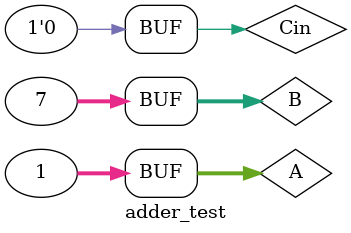
<source format=v>
module adder_test();

reg [31:0]A;
reg [31:0]B;
reg Cin;
wire [31:0]Sum;
wire Cout;

adder_32bit start(A,B,Cin,Sum,Cout);

initial begin

A = 32'b0000000000000000000000000000001;
B = 32'b0000000000000000000000000000111;
Cin = 0;

	$monitor(
	   "Input1=%b= %d\nInput2=%b = %d\nSum=%b =%d\n",
		   A,A,B,B,Sum,Sum);

end


endmodule

</source>
